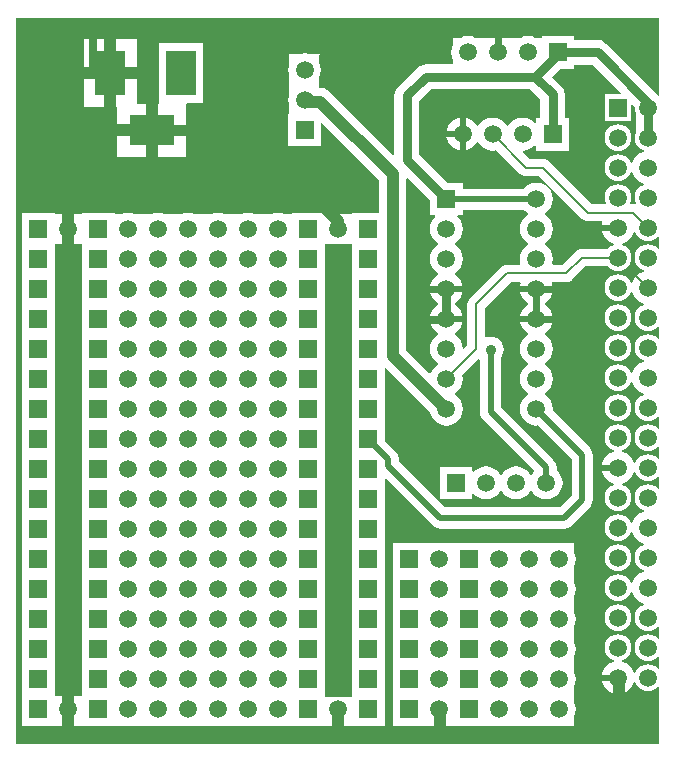
<source format=gbl>
%FSLAX44Y44*%
%MOMM*%
G71*
G01*
G75*
G04 Layer_Physical_Order=2*
G04 Layer_Color=16711680*
%ADD10C,0.2000*%
%ADD11C,0.3000*%
%ADD12C,0.6000*%
%ADD13C,0.8000*%
%ADD14C,1.0000*%
%ADD15C,0.5000*%
%ADD16C,0.2032*%
%ADD17R,1.5000X1.5000*%
%ADD18C,1.5000*%
%ADD19C,0.9144*%
%ADD20R,2.5000X3.8000*%
%ADD21R,3.8000X2.5000*%
%ADD22R,1.5000X1.5000*%
%ADD23C,1.0000*%
%ADD24C,0.6096*%
%ADD25C,0.6350*%
G36*
X451460Y553176D02*
Y537750D01*
X448050D01*
Y533574D01*
X446847Y533166D01*
X446378Y533778D01*
X443484Y535998D01*
X440115Y537393D01*
X436500Y537869D01*
X432884Y537393D01*
X429515Y535998D01*
X426622Y533778D01*
X424435Y530928D01*
X423165D01*
X420978Y533778D01*
X418084Y535998D01*
X414715Y537393D01*
X411100Y537869D01*
X407484Y537393D01*
X404115Y535998D01*
X401222Y533778D01*
X399035Y530928D01*
X397765D01*
X395578Y533778D01*
X392685Y535998D01*
X389315Y537393D01*
X388240Y537535D01*
Y523900D01*
Y510265D01*
X389315Y510406D01*
X392685Y511802D01*
X395578Y514022D01*
X397765Y516872D01*
X399035D01*
X401222Y514022D01*
X404115Y511802D01*
X407484Y510406D01*
X411100Y509930D01*
X414159Y510333D01*
X434246Y490247D01*
X435785Y489066D01*
X437577Y488324D01*
X439500Y488070D01*
X450723D01*
X486646Y452146D01*
X486646D01*
X486646Y452146D01*
X486647Y452146D01*
Y452146D01*
X488185Y450966D01*
X489977Y450224D01*
X491900Y449970D01*
X503349D01*
X504055Y448914D01*
X503806Y448316D01*
X503665Y447240D01*
X517300D01*
Y442160D01*
X503665D01*
X503806Y441084D01*
X505202Y437715D01*
X507422Y434822D01*
X510315Y432602D01*
X513554Y431260D01*
Y430219D01*
X513523Y429977D01*
X511596Y429179D01*
X509234Y427366D01*
X508745Y426730D01*
X486650D01*
X484727Y426476D01*
X482935Y425734D01*
X481397Y424553D01*
X470321Y413477D01*
X462266D01*
X461593Y414484D01*
X462069Y418100D01*
X461593Y421715D01*
X460198Y425084D01*
X457978Y427978D01*
X455128Y430165D01*
Y431435D01*
X457978Y433622D01*
X460198Y436515D01*
X461593Y439884D01*
X462069Y443500D01*
X461593Y447115D01*
X460198Y450485D01*
X457978Y453378D01*
X455128Y455565D01*
Y456835D01*
X457978Y459022D01*
X460198Y461915D01*
X461593Y465284D01*
X462069Y468900D01*
X461593Y472515D01*
X460198Y475885D01*
X457978Y478778D01*
X455085Y480998D01*
X451716Y482393D01*
X448100Y482869D01*
X444484Y482393D01*
X441115Y480998D01*
X438222Y478778D01*
X437492Y477826D01*
X385750D01*
Y482750D01*
X372813D01*
X348839Y506724D01*
Y551826D01*
X359074Y562061D01*
X442576D01*
X451460Y553176D01*
D02*
G37*
G36*
X358050Y467986D02*
Y455050D01*
X362226D01*
X362634Y453847D01*
X362022Y453378D01*
X359802Y450485D01*
X358406Y447115D01*
X357930Y443500D01*
X358406Y439884D01*
X359802Y436515D01*
X362022Y433622D01*
X364872Y431435D01*
Y430165D01*
X362022Y427978D01*
X359802Y425084D01*
X358406Y421715D01*
X357930Y418100D01*
X358406Y414484D01*
X359802Y411115D01*
X362022Y408222D01*
X364872Y406035D01*
Y404765D01*
X362022Y402578D01*
X359802Y399684D01*
X358406Y396315D01*
X358265Y395240D01*
X385535D01*
X385393Y396315D01*
X383998Y399684D01*
X381778Y402578D01*
X378928Y404765D01*
Y406035D01*
X381778Y408222D01*
X383998Y411115D01*
X385393Y414484D01*
X385869Y418100D01*
X385393Y421715D01*
X383998Y425084D01*
X381778Y427978D01*
X378928Y430165D01*
Y431435D01*
X381778Y433622D01*
X383998Y436515D01*
X385393Y439884D01*
X385869Y443500D01*
X385393Y447115D01*
X383998Y450485D01*
X381778Y453378D01*
X381166Y453847D01*
X381574Y455050D01*
X385750D01*
Y459973D01*
X437492D01*
X438222Y459022D01*
X441072Y456835D01*
Y455565D01*
X438222Y453378D01*
X436002Y450485D01*
X434606Y447115D01*
X434130Y443500D01*
X434606Y439884D01*
X436002Y436515D01*
X438222Y433622D01*
X441072Y431435D01*
Y430165D01*
X438222Y427978D01*
X436002Y425084D01*
X434606Y421715D01*
X434130Y418100D01*
X434606Y414484D01*
X433934Y413477D01*
X423348D01*
X421425Y413224D01*
X419633Y412482D01*
X418094Y411301D01*
X392047Y385253D01*
X390866Y383714D01*
X390124Y381923D01*
X389870Y380000D01*
Y344977D01*
X386992Y342099D01*
X385789Y342507D01*
X385393Y345515D01*
X383998Y348885D01*
X381778Y351778D01*
X378928Y353965D01*
Y355235D01*
X381778Y357422D01*
X383998Y360315D01*
X385393Y363684D01*
X385535Y364760D01*
X358265D01*
X358406Y363684D01*
X359802Y360315D01*
X362022Y357422D01*
X364872Y355235D01*
Y353965D01*
X362022Y351778D01*
X359802Y348885D01*
X358406Y345515D01*
X357930Y341900D01*
X358406Y338284D01*
X359802Y334915D01*
X362022Y332022D01*
X364872Y329835D01*
Y328565D01*
X362022Y326378D01*
X359802Y323484D01*
X359697Y323231D01*
X358676Y321870D01*
X357410Y321780D01*
X338098Y341092D01*
Y486279D01*
X339271Y486765D01*
X358050Y467986D01*
D02*
G37*
G36*
X519691Y558783D02*
X519204Y557610D01*
X505990D01*
Y534990D01*
X528610D01*
Y548204D01*
X529783Y548690D01*
X531395Y547079D01*
X531292Y546300D01*
X531681Y543348D01*
X532261Y541948D01*
Y525252D01*
X531681Y523853D01*
X531292Y520900D01*
X531681Y517948D01*
X532821Y515196D01*
X534634Y512834D01*
X536996Y511021D01*
X538923Y510223D01*
X538954Y509981D01*
Y508940D01*
X535715Y507598D01*
X532822Y505378D01*
X530602Y502485D01*
X529260Y499246D01*
X528219D01*
X527977Y499277D01*
X527179Y501204D01*
X525366Y503566D01*
X523004Y505379D01*
X520252Y506519D01*
X517300Y506908D01*
X514347Y506519D01*
X511596Y505379D01*
X509234Y503566D01*
X507421Y501204D01*
X506281Y498452D01*
X505892Y495500D01*
X506281Y492547D01*
X507421Y489796D01*
X509234Y487434D01*
X511596Y485621D01*
X514347Y484481D01*
X517300Y484092D01*
X520252Y484481D01*
X523004Y485621D01*
X525366Y487434D01*
X527179Y489796D01*
X527977Y491723D01*
X528219Y491754D01*
X529260D01*
X530602Y488515D01*
X532822Y485622D01*
X535715Y483402D01*
X538954Y482060D01*
Y481019D01*
X538923Y480777D01*
X536996Y479979D01*
X534634Y478166D01*
X532821Y475804D01*
X531681Y473052D01*
X531292Y470100D01*
X531681Y467147D01*
X532308Y465635D01*
X531534Y464627D01*
X530000Y464830D01*
X528502D01*
X527796Y465886D01*
X528319Y467147D01*
X528708Y470100D01*
X528319Y473052D01*
X527179Y475804D01*
X525366Y478166D01*
X523004Y479979D01*
X520252Y481119D01*
X517300Y481508D01*
X514347Y481119D01*
X511596Y479979D01*
X509234Y478166D01*
X507421Y475804D01*
X506281Y473052D01*
X505892Y470100D01*
X506281Y467147D01*
X506804Y465886D01*
X506098Y464830D01*
X494977D01*
X459053Y500754D01*
X457515Y501934D01*
X455723Y502676D01*
X453800Y502930D01*
X442577D01*
X436699Y508808D01*
X437107Y510010D01*
X440115Y510406D01*
X443484Y511802D01*
X446378Y514022D01*
X446847Y514634D01*
X448050Y514226D01*
Y510050D01*
X475750D01*
Y537750D01*
X472339D01*
Y557500D01*
X471983Y560202D01*
X471678Y560939D01*
X470940Y562720D01*
X469281Y564882D01*
X461663Y572500D01*
X468414Y579250D01*
X480350D01*
Y582661D01*
X495813D01*
X519691Y558783D01*
D02*
G37*
G36*
X63350Y429550D02*
Y404150D01*
Y378750D01*
Y353350D01*
Y327950D01*
Y302550D01*
Y277150D01*
Y251750D01*
Y226350D01*
Y200950D01*
Y175550D01*
Y150150D01*
Y124750D01*
Y99350D01*
Y73950D01*
Y49268D01*
X62450Y48372D01*
X40250Y48451D01*
Y48550D01*
Y73950D01*
Y99350D01*
Y124750D01*
Y150150D01*
Y175550D01*
Y200950D01*
Y226350D01*
Y251750D01*
Y277150D01*
Y302550D01*
Y327950D01*
Y353350D01*
Y378750D01*
Y404150D01*
Y429550D01*
Y431000D01*
X63350D01*
Y429550D01*
D02*
G37*
G36*
X552314Y556985D02*
X551112Y556577D01*
X550082Y557919D01*
X507519Y600482D01*
X505357Y602141D01*
X502839Y603184D01*
X500137Y603539D01*
X480350D01*
Y606950D01*
X452650D01*
Y605500D01*
X447356D01*
X444716Y606593D01*
X441100Y607069D01*
X437485Y606593D01*
X434844Y605500D01*
X396556D01*
X393916Y606593D01*
X390300Y607069D01*
X386684Y606593D01*
X384044Y605500D01*
X378000D01*
Y599597D01*
X376807Y596716D01*
X376331Y593100D01*
X376807Y589484D01*
X378000Y586603D01*
Y582939D01*
X354750D01*
X352048Y582583D01*
X349530Y581540D01*
X347368Y579882D01*
X331518Y564031D01*
X331394Y563870D01*
X331018Y563582D01*
X329360Y561419D01*
X328317Y558902D01*
X327961Y556200D01*
Y506538D01*
X326788Y506052D01*
X273245Y559595D01*
X270874Y561414D01*
X268113Y562558D01*
X265150Y562948D01*
X264000D01*
Y571320D01*
X265394Y574684D01*
X265870Y578300D01*
X265394Y581915D01*
X264000Y585280D01*
Y590500D01*
X265000Y591500D01*
X256224D01*
X255516Y591793D01*
X251900Y592269D01*
X248284Y591793D01*
X247576Y591500D01*
X239000D01*
Y583348D01*
X238407Y581915D01*
X237931Y578300D01*
X238407Y574684D01*
X239000Y573252D01*
Y557948D01*
X238407Y556515D01*
X237931Y552900D01*
X238407Y549284D01*
X239000Y547852D01*
Y541350D01*
X238050D01*
Y513650D01*
X265750D01*
Y533050D01*
X266923Y533537D01*
X315202Y485258D01*
Y457250D01*
X291950D01*
Y456000D01*
X268850D01*
Y457250D01*
X241150D01*
Y456000D01*
X235373D01*
X233216Y456893D01*
X229600Y457369D01*
X225984Y456893D01*
X223827Y456000D01*
X209973D01*
X207815Y456893D01*
X204200Y457369D01*
X200584Y456893D01*
X198427Y456000D01*
X184573D01*
X182416Y456893D01*
X178800Y457369D01*
X175184Y456893D01*
X173027Y456000D01*
X159173D01*
X157015Y456893D01*
X153400Y457369D01*
X149784Y456893D01*
X147627Y456000D01*
X133773D01*
X131615Y456893D01*
X128000Y457369D01*
X124384Y456893D01*
X122227Y456000D01*
X108373D01*
X106215Y456893D01*
X102600Y457369D01*
X98984Y456893D01*
X96827Y456000D01*
X91050D01*
Y457250D01*
X63350D01*
Y456000D01*
X40250D01*
Y457250D01*
X12550D01*
Y429550D01*
Y404150D01*
Y378750D01*
Y353350D01*
Y327950D01*
Y302550D01*
Y277150D01*
Y251750D01*
Y226350D01*
Y200950D01*
Y175550D01*
Y150150D01*
Y124750D01*
Y99350D01*
Y73950D01*
Y48550D01*
Y23150D01*
Y23150D01*
X101693D01*
X102600Y23030D01*
X103507Y23150D01*
X127093D01*
X128000Y23030D01*
X128907Y23150D01*
X152493D01*
X153400Y23030D01*
X154307Y23150D01*
X177893D01*
X178800Y23030D01*
X179707Y23150D01*
X203293D01*
X204200Y23030D01*
X205107Y23150D01*
X228693D01*
X229600Y23030D01*
X230507Y23150D01*
X319650D01*
Y23150D01*
Y48550D01*
Y73950D01*
Y99350D01*
Y124750D01*
Y150150D01*
Y175550D01*
Y200950D01*
Y226350D01*
Y231867D01*
X320823Y232353D01*
X360588Y192588D01*
X360588D01*
X360588Y192588D01*
X360588D01*
X360588Y192588D01*
Y192588D01*
X360588Y192588D01*
Y192588D01*
X362437Y191169D01*
X364590Y190278D01*
X366900Y189973D01*
X471900D01*
X474210Y190278D01*
X476363Y191169D01*
X478212Y192588D01*
X493212Y207588D01*
X493212Y207588D01*
X493212Y207588D01*
X494630Y209437D01*
X495522Y211590D01*
X495826Y213900D01*
Y252300D01*
X495522Y254610D01*
X494630Y256763D01*
X493212Y258612D01*
X461913Y289911D01*
X462069Y291100D01*
X461593Y294715D01*
X460198Y298085D01*
X457978Y300978D01*
X455128Y303165D01*
Y304435D01*
X457978Y306622D01*
X460198Y309515D01*
X461593Y312884D01*
X462069Y316500D01*
X461593Y320115D01*
X460198Y323484D01*
X457978Y326378D01*
X455128Y328565D01*
Y329835D01*
X457978Y332022D01*
X460198Y334915D01*
X461593Y338284D01*
X462069Y341900D01*
X461593Y345515D01*
X460198Y348885D01*
X457978Y351778D01*
X455128Y353965D01*
Y355235D01*
X457978Y357422D01*
X460198Y360315D01*
X461593Y363684D01*
X461735Y364760D01*
X434465D01*
X434606Y363684D01*
X436002Y360315D01*
X438222Y357422D01*
X441072Y355235D01*
Y353965D01*
X438222Y351778D01*
X436002Y348885D01*
X434606Y345515D01*
X434130Y341900D01*
X434606Y338284D01*
X436002Y334915D01*
X438222Y332022D01*
X441072Y329835D01*
Y328565D01*
X438222Y326378D01*
X436002Y323484D01*
X434606Y320115D01*
X434130Y316500D01*
X434606Y312884D01*
X436002Y309515D01*
X438222Y306622D01*
X441072Y304435D01*
Y303165D01*
X438222Y300978D01*
X436002Y298085D01*
X434606Y294715D01*
X434130Y291100D01*
X434606Y287484D01*
X436002Y284115D01*
X438222Y281222D01*
X441115Y279002D01*
X444484Y277606D01*
X448100Y277130D01*
X449289Y277287D01*
X477974Y248602D01*
Y217597D01*
X468203Y207826D01*
X370597D01*
X331826Y246597D01*
Y248500D01*
X331726Y249260D01*
X331522Y250810D01*
X331522Y250810D01*
D01*
X331369Y251179D01*
X330630Y252963D01*
X330630Y252963D01*
X330630Y252963D01*
X329872Y253951D01*
X329212Y254811D01*
X319650Y264373D01*
Y277150D01*
Y302550D01*
Y325501D01*
X320823Y325987D01*
X341905Y304905D01*
X341905Y304905D01*
X358267Y288543D01*
X358406Y287484D01*
X359802Y284115D01*
X362022Y281222D01*
X364915Y279002D01*
X368284Y277606D01*
X371900Y277130D01*
X375516Y277606D01*
X378885Y279002D01*
X381778Y281222D01*
X383998Y284115D01*
X385393Y287484D01*
X385869Y291100D01*
X385393Y294715D01*
X383998Y298085D01*
X381778Y300978D01*
X378928Y303165D01*
Y304435D01*
X381778Y306622D01*
X383998Y309515D01*
X385393Y312884D01*
X385869Y316500D01*
X385467Y319559D01*
X399300Y333393D01*
X400474Y332907D01*
Y288900D01*
X400474Y288900D01*
X400474D01*
X400778Y286590D01*
X401670Y284437D01*
X403088Y282588D01*
X446514Y239162D01*
X446472Y238528D01*
X444285Y235678D01*
X443015D01*
X440828Y238528D01*
X437935Y240748D01*
X434566Y242143D01*
X430950Y242619D01*
X427334Y242143D01*
X423965Y240748D01*
X421072Y238528D01*
X418885Y235678D01*
X417615D01*
X415428Y238528D01*
X412535Y240748D01*
X409166Y242143D01*
X405550Y242619D01*
X401934Y242143D01*
X398565Y240748D01*
X395672Y238528D01*
X395203Y237916D01*
X394000Y238324D01*
Y242500D01*
X366300D01*
Y214800D01*
X394000D01*
Y218976D01*
X395203Y219384D01*
X395672Y218772D01*
X398565Y216552D01*
X401934Y215156D01*
X405550Y214680D01*
X409166Y215156D01*
X412535Y216552D01*
X415428Y218772D01*
X417615Y221622D01*
X418885D01*
X421072Y218772D01*
X423965Y216552D01*
X427334Y215156D01*
X430950Y214680D01*
X434566Y215156D01*
X437935Y216552D01*
X440828Y218772D01*
X443015Y221622D01*
X444285D01*
X446472Y218772D01*
X449365Y216552D01*
X452734Y215156D01*
X456350Y214680D01*
X459966Y215156D01*
X463335Y216552D01*
X466228Y218772D01*
X468448Y221665D01*
X469843Y225034D01*
X470320Y228650D01*
X469843Y232265D01*
X468448Y235635D01*
X466228Y238528D01*
X465276Y239258D01*
Y241950D01*
X465276Y241950D01*
X465276Y241950D01*
Y241950D01*
X465276D01*
X465276Y241950D01*
X464972Y244260D01*
X464081Y246413D01*
X462662Y248262D01*
X418326Y292597D01*
Y335092D01*
X418940Y335892D01*
X420041Y338549D01*
X420416Y341400D01*
X420041Y344251D01*
X418940Y346908D01*
X417190Y349189D01*
X414908Y350940D01*
X412251Y352041D01*
X409400Y352416D01*
X406549Y352041D01*
X405785Y351725D01*
X404729Y352430D01*
Y376922D01*
X426425Y398618D01*
X434417D01*
X435123Y397562D01*
X434606Y396315D01*
X434465Y395240D01*
X461735D01*
X461593Y396315D01*
X461077Y397562D01*
X461782Y398618D01*
X473398D01*
X475321Y398871D01*
X477113Y399614D01*
X478652Y400794D01*
X478652Y400794D01*
X478652Y400794D01*
X489728Y411870D01*
X508745D01*
X509234Y411234D01*
X511596Y409421D01*
X514347Y408281D01*
X517300Y407892D01*
X520252Y408281D01*
X523004Y409421D01*
X525366Y411234D01*
X527179Y413596D01*
X528319Y416348D01*
X528708Y419300D01*
X528319Y422253D01*
X527179Y425004D01*
X525366Y427366D01*
X523004Y429179D01*
X521077Y429977D01*
X521046Y430219D01*
Y431260D01*
X524285Y432602D01*
X527178Y434822D01*
X529398Y437715D01*
X530740Y440954D01*
X531781D01*
X532023Y440923D01*
X532821Y438996D01*
X534634Y436634D01*
X536996Y434821D01*
X539748Y433681D01*
X542700Y433292D01*
X545653Y433681D01*
X548404Y434821D01*
X550766Y436634D01*
X551112Y437084D01*
X552314Y436675D01*
Y427325D01*
X551112Y426916D01*
X550766Y427366D01*
X548404Y429179D01*
X545653Y430319D01*
X542700Y430708D01*
X539748Y430319D01*
X536996Y429179D01*
X534634Y427366D01*
X532821Y425004D01*
X531681Y422253D01*
X531292Y419300D01*
X531681Y416348D01*
X532821Y413596D01*
X534634Y411234D01*
X536996Y409421D01*
X538923Y408623D01*
X538954Y408381D01*
Y407340D01*
X535715Y405998D01*
X532822Y403778D01*
X530602Y400885D01*
X529260Y397646D01*
X528219D01*
X527977Y397677D01*
X527179Y399604D01*
X525366Y401966D01*
X523004Y403779D01*
X520252Y404919D01*
X517300Y405308D01*
X514347Y404919D01*
X511596Y403779D01*
X509234Y401966D01*
X507421Y399604D01*
X506281Y396852D01*
X505892Y393900D01*
X506281Y390947D01*
X507421Y388196D01*
X509234Y385834D01*
X511596Y384021D01*
X514347Y382881D01*
X517300Y382492D01*
X520252Y382881D01*
X523004Y384021D01*
X525366Y385834D01*
X527179Y388196D01*
X527977Y390123D01*
X528219Y390154D01*
X529260D01*
X530602Y386915D01*
X532822Y384022D01*
X535715Y381802D01*
X538954Y380460D01*
Y379419D01*
X538923Y379177D01*
X536996Y378379D01*
X534634Y376566D01*
X532821Y374204D01*
X531681Y371452D01*
X531292Y368500D01*
X531681Y365547D01*
X532821Y362796D01*
X534634Y360434D01*
X536996Y358621D01*
X539748Y357481D01*
X542700Y357092D01*
X545653Y357481D01*
X548404Y358621D01*
X550766Y360434D01*
X551112Y360884D01*
X552314Y360475D01*
Y351125D01*
X551112Y350716D01*
X550766Y351166D01*
X548404Y352979D01*
X545653Y354119D01*
X542700Y354508D01*
X539748Y354119D01*
X536996Y352979D01*
X534634Y351166D01*
X532821Y348804D01*
X531681Y346053D01*
X531292Y343100D01*
X531681Y340148D01*
X532821Y337396D01*
X534634Y335034D01*
X536996Y333221D01*
X538923Y332423D01*
X538954Y332181D01*
Y331140D01*
X535715Y329798D01*
X532822Y327578D01*
X530602Y324685D01*
X529260Y321446D01*
X528219D01*
X527977Y321477D01*
X527179Y323404D01*
X525366Y325766D01*
X523004Y327579D01*
X520252Y328719D01*
X517300Y329108D01*
X514347Y328719D01*
X511596Y327579D01*
X509234Y325766D01*
X507421Y323404D01*
X506281Y320653D01*
X505892Y317700D01*
X506281Y314748D01*
X507421Y311996D01*
X509234Y309634D01*
X511596Y307821D01*
X514347Y306681D01*
X517300Y306292D01*
X520252Y306681D01*
X523004Y307821D01*
X525366Y309634D01*
X527179Y311996D01*
X527977Y313923D01*
X528219Y313954D01*
X529260D01*
X530602Y310715D01*
X532822Y307822D01*
X535715Y305602D01*
X538954Y304260D01*
Y303219D01*
X538923Y302977D01*
X536996Y302179D01*
X534634Y300366D01*
X532821Y298004D01*
X531681Y295252D01*
X531292Y292300D01*
X531681Y289347D01*
X532821Y286596D01*
X534634Y284234D01*
X536996Y282421D01*
X539748Y281281D01*
X542700Y280892D01*
X545653Y281281D01*
X548404Y282421D01*
X550766Y284234D01*
X551112Y284684D01*
X552314Y284275D01*
Y274925D01*
X551112Y274516D01*
X550766Y274966D01*
X548404Y276779D01*
X545653Y277919D01*
X542700Y278308D01*
X539748Y277919D01*
X536996Y276779D01*
X534634Y274966D01*
X532821Y272604D01*
X531681Y269853D01*
X531292Y266900D01*
X531681Y263948D01*
X532821Y261196D01*
X534634Y258834D01*
X536996Y257021D01*
X539748Y255881D01*
X542700Y255492D01*
X545653Y255881D01*
X548404Y257021D01*
X550766Y258834D01*
X551112Y259284D01*
X552314Y258875D01*
Y249525D01*
X551112Y249116D01*
X550766Y249566D01*
X548404Y251379D01*
X545653Y252519D01*
X542700Y252908D01*
X539748Y252519D01*
X536996Y251379D01*
X534634Y249566D01*
X532821Y247204D01*
X532023Y245277D01*
X531781Y245246D01*
X530740D01*
X529398Y248485D01*
X527178Y251378D01*
X524285Y253598D01*
X521046Y254940D01*
Y255981D01*
X521077Y256223D01*
X523004Y257021D01*
X525366Y258834D01*
X527179Y261196D01*
X528319Y263948D01*
X528708Y266900D01*
X528319Y269853D01*
X527179Y272604D01*
X525366Y274966D01*
X523004Y276779D01*
X520252Y277919D01*
X517300Y278308D01*
X514347Y277919D01*
X511596Y276779D01*
X509234Y274966D01*
X507421Y272604D01*
X506281Y269853D01*
X505892Y266900D01*
X506281Y263948D01*
X507421Y261196D01*
X509234Y258834D01*
X511596Y257021D01*
X513523Y256223D01*
X513554Y255981D01*
Y254940D01*
X510315Y253598D01*
X507422Y251378D01*
X505202Y248485D01*
X503806Y245116D01*
X503665Y244040D01*
X517300D01*
Y238960D01*
X503665D01*
X503806Y237884D01*
X505202Y234515D01*
X507422Y231622D01*
X510315Y229402D01*
X513554Y228060D01*
Y227019D01*
X513523Y226777D01*
X511596Y225979D01*
X509234Y224166D01*
X507421Y221804D01*
X506281Y219053D01*
X505892Y216100D01*
X506281Y213148D01*
X507421Y210396D01*
X509234Y208034D01*
X511596Y206221D01*
X514347Y205081D01*
X517300Y204692D01*
X520252Y205081D01*
X523004Y206221D01*
X525366Y208034D01*
X527179Y210396D01*
X528319Y213148D01*
X528708Y216100D01*
X528319Y219053D01*
X527179Y221804D01*
X525366Y224166D01*
X523004Y225979D01*
X521077Y226777D01*
X521046Y227019D01*
Y228060D01*
X524285Y229402D01*
X527178Y231622D01*
X529398Y234515D01*
X530740Y237754D01*
X531781D01*
X532023Y237723D01*
X532821Y235796D01*
X534634Y233434D01*
X536996Y231621D01*
X539748Y230481D01*
X542700Y230092D01*
X545653Y230481D01*
X548404Y231621D01*
X550766Y233434D01*
X551112Y233884D01*
X552314Y233475D01*
Y224125D01*
X551112Y223716D01*
X550766Y224166D01*
X548404Y225979D01*
X545653Y227119D01*
X542700Y227508D01*
X539748Y227119D01*
X536996Y225979D01*
X534634Y224166D01*
X532821Y221804D01*
X531681Y219053D01*
X531292Y216100D01*
X531681Y213148D01*
X532821Y210396D01*
X534634Y208034D01*
X536996Y206221D01*
X538923Y205423D01*
X538954Y205181D01*
Y204140D01*
X535715Y202798D01*
X532822Y200578D01*
X530602Y197685D01*
X529260Y194446D01*
X528219D01*
X527977Y194477D01*
X527179Y196404D01*
X525366Y198766D01*
X523004Y200579D01*
X520252Y201719D01*
X517300Y202108D01*
X514347Y201719D01*
X511596Y200579D01*
X509234Y198766D01*
X507421Y196404D01*
X506281Y193652D01*
X505892Y190700D01*
X506281Y187747D01*
X507421Y184996D01*
X509234Y182634D01*
X511596Y180821D01*
X514347Y179681D01*
X517300Y179292D01*
X520252Y179681D01*
X523004Y180821D01*
X525366Y182634D01*
X527179Y184996D01*
X527977Y186923D01*
X528219Y186954D01*
X529260D01*
X530602Y183715D01*
X532822Y180822D01*
X535715Y178602D01*
X538954Y177260D01*
Y176219D01*
X538923Y175977D01*
X536996Y175179D01*
X534634Y173366D01*
X532821Y171004D01*
X531681Y168253D01*
X531292Y165300D01*
X531681Y162348D01*
X532821Y159596D01*
X534634Y157234D01*
X536996Y155421D01*
X538923Y154623D01*
X538954Y154381D01*
Y153340D01*
X535715Y151998D01*
X532822Y149778D01*
X530602Y146885D01*
X529260Y143646D01*
X528219D01*
X527977Y143677D01*
X527179Y145604D01*
X525366Y147966D01*
X523004Y149779D01*
X520252Y150919D01*
X517300Y151308D01*
X514347Y150919D01*
X511596Y149779D01*
X509234Y147966D01*
X507421Y145604D01*
X506281Y142852D01*
X505892Y139900D01*
X506281Y136947D01*
X507421Y134196D01*
X509234Y131834D01*
X511596Y130021D01*
X514347Y128881D01*
X517300Y128492D01*
X520252Y128881D01*
X523004Y130021D01*
X525366Y131834D01*
X527179Y134196D01*
X527977Y136123D01*
X528219Y136154D01*
X529260D01*
X530602Y132915D01*
X532822Y130022D01*
X535715Y127802D01*
X538954Y126460D01*
Y125419D01*
X538923Y125177D01*
X536996Y124379D01*
X534634Y122566D01*
X532821Y120204D01*
X531681Y117452D01*
X531292Y114500D01*
X531681Y111547D01*
X532821Y108796D01*
X534634Y106434D01*
X536996Y104621D01*
X539748Y103481D01*
X542700Y103092D01*
X545653Y103481D01*
X548404Y104621D01*
X550766Y106434D01*
X551112Y106884D01*
X552314Y106475D01*
Y97125D01*
X551112Y96716D01*
X550766Y97166D01*
X548404Y98979D01*
X545653Y100119D01*
X542700Y100508D01*
X539748Y100119D01*
X536996Y98979D01*
X534634Y97166D01*
X532821Y94804D01*
X531681Y92052D01*
X531292Y89100D01*
X531681Y86147D01*
X532821Y83396D01*
X534634Y81034D01*
X536996Y79221D01*
X539748Y78081D01*
X542700Y77692D01*
X545653Y78081D01*
X548404Y79221D01*
X550766Y81034D01*
X551112Y81484D01*
X552314Y81075D01*
Y71725D01*
X551112Y71316D01*
X550766Y71766D01*
X548404Y73579D01*
X545653Y74719D01*
X542700Y75108D01*
X539748Y74719D01*
X536996Y73579D01*
X534634Y71766D01*
X532821Y69404D01*
X532023Y67477D01*
X531781Y67446D01*
X530740D01*
X529398Y70685D01*
X527178Y73578D01*
X524285Y75798D01*
X521046Y77140D01*
Y78181D01*
X521077Y78423D01*
X523004Y79221D01*
X525366Y81034D01*
X527179Y83396D01*
X528319Y86147D01*
X528708Y89100D01*
X528319Y92052D01*
X527179Y94804D01*
X525366Y97166D01*
X523004Y98979D01*
X520252Y100119D01*
X517300Y100508D01*
X514347Y100119D01*
X511596Y98979D01*
X509234Y97166D01*
X507421Y94804D01*
X506281Y92052D01*
X505892Y89100D01*
X506281Y86147D01*
X507421Y83396D01*
X509234Y81034D01*
X511596Y79221D01*
X513523Y78423D01*
X513554Y78181D01*
Y77140D01*
X510315Y75798D01*
X507422Y73578D01*
X505202Y70685D01*
X503806Y67316D01*
X503665Y66240D01*
X517300D01*
Y63700D01*
X519840D01*
Y50065D01*
X520916Y50206D01*
X524285Y51602D01*
X527178Y53822D01*
X529398Y56715D01*
X530740Y59954D01*
X531781D01*
X532023Y59923D01*
X532821Y57996D01*
X534634Y55634D01*
X536996Y53821D01*
X539748Y52681D01*
X542700Y52292D01*
X545653Y52681D01*
X548404Y53821D01*
X550766Y55634D01*
X551112Y56084D01*
X552314Y55675D01*
Y7686D01*
X7686D01*
Y610000D01*
X7686Y610000D01*
X7686Y610000D01*
Y610000D01*
Y622314D01*
X552314D01*
Y556985D01*
D02*
G37*
G36*
X291950Y429550D02*
Y404150D01*
Y378750D01*
Y353350D01*
Y327950D01*
Y302550D01*
Y277150D01*
Y251750D01*
Y226350D01*
Y200950D01*
Y175550D01*
Y150150D01*
Y124750D01*
Y99350D01*
Y73950D01*
Y48550D01*
Y48455D01*
X291050Y47558D01*
X268850Y47637D01*
Y48550D01*
Y73950D01*
Y99350D01*
Y124750D01*
Y150150D01*
Y175550D01*
Y200950D01*
Y226350D01*
Y251750D01*
Y277150D01*
Y302550D01*
Y327950D01*
Y353350D01*
Y378750D01*
Y404150D01*
Y429550D01*
Y431000D01*
X291950D01*
Y429550D01*
D02*
G37*
%LPC*%
G36*
X517300Y354508D02*
X514347Y354119D01*
X511596Y352979D01*
X509234Y351166D01*
X507421Y348804D01*
X506281Y346053D01*
X505892Y343100D01*
X506281Y340148D01*
X507421Y337396D01*
X509234Y335034D01*
X511596Y333221D01*
X514347Y332081D01*
X517300Y331692D01*
X520252Y332081D01*
X523004Y333221D01*
X525366Y335034D01*
X527179Y337396D01*
X528319Y340148D01*
X528708Y343100D01*
X528319Y346053D01*
X527179Y348804D01*
X525366Y351166D01*
X523004Y352979D01*
X520252Y354119D01*
X517300Y354508D01*
D02*
G37*
G36*
X385535Y390160D02*
X358265D01*
X358406Y389084D01*
X359802Y385715D01*
X362022Y382822D01*
X364872Y380635D01*
Y379365D01*
X362022Y377178D01*
X359802Y374285D01*
X358406Y370915D01*
X358265Y369840D01*
X385535D01*
X385393Y370915D01*
X383998Y374285D01*
X381778Y377178D01*
X378928Y379365D01*
Y380635D01*
X381778Y382822D01*
X383998Y385715D01*
X385393Y389084D01*
X385535Y390160D01*
D02*
G37*
G36*
X517300Y379908D02*
X514347Y379519D01*
X511596Y378379D01*
X509234Y376566D01*
X507421Y374204D01*
X506281Y371452D01*
X505892Y368500D01*
X506281Y365547D01*
X507421Y362796D01*
X509234Y360434D01*
X511596Y358621D01*
X514347Y357481D01*
X517300Y357092D01*
X520252Y357481D01*
X523004Y358621D01*
X525366Y360434D01*
X527179Y362796D01*
X528319Y365547D01*
X528708Y368500D01*
X528319Y371452D01*
X527179Y374204D01*
X525366Y376566D01*
X523004Y378379D01*
X520252Y379519D01*
X517300Y379908D01*
D02*
G37*
G36*
Y125908D02*
X514347Y125519D01*
X511596Y124379D01*
X509234Y122566D01*
X507421Y120204D01*
X506281Y117452D01*
X505892Y114500D01*
X506281Y111547D01*
X507421Y108796D01*
X509234Y106434D01*
X511596Y104621D01*
X514347Y103481D01*
X517300Y103092D01*
X520252Y103481D01*
X523004Y104621D01*
X525366Y106434D01*
X527179Y108796D01*
X528319Y111547D01*
X528708Y114500D01*
X528319Y117452D01*
X527179Y120204D01*
X525366Y122566D01*
X523004Y124379D01*
X520252Y125519D01*
X517300Y125908D01*
D02*
G37*
G36*
X514760Y61160D02*
X503665D01*
X503806Y60084D01*
X505202Y56715D01*
X507422Y53822D01*
X510315Y51602D01*
X513684Y50206D01*
X514760Y50065D01*
Y61160D01*
D02*
G37*
G36*
X517300Y176708D02*
X514347Y176319D01*
X511596Y175179D01*
X509234Y173366D01*
X507421Y171004D01*
X506281Y168253D01*
X505892Y165300D01*
X506281Y162348D01*
X507421Y159596D01*
X509234Y157234D01*
X511596Y155421D01*
X514347Y154281D01*
X517300Y153892D01*
X520252Y154281D01*
X523004Y155421D01*
X525366Y157234D01*
X527179Y159596D01*
X528319Y162348D01*
X528708Y165300D01*
X528319Y168253D01*
X527179Y171004D01*
X525366Y173366D01*
X523004Y175179D01*
X520252Y176319D01*
X517300Y176708D01*
D02*
G37*
G36*
Y303708D02*
X514347Y303319D01*
X511596Y302179D01*
X509234Y300366D01*
X507421Y298004D01*
X506281Y295252D01*
X505892Y292300D01*
X506281Y289347D01*
X507421Y286596D01*
X509234Y284234D01*
X511596Y282421D01*
X514347Y281281D01*
X517300Y280892D01*
X520252Y281281D01*
X523004Y282421D01*
X525366Y284234D01*
X527179Y286596D01*
X528319Y289347D01*
X528708Y292300D01*
X528319Y295252D01*
X527179Y298004D01*
X525366Y300366D01*
X523004Y302179D01*
X520252Y303319D01*
X517300Y303708D01*
D02*
G37*
G36*
X467600Y177969D02*
X466692Y177850D01*
X443108D01*
X442200Y177969D01*
X441292Y177850D01*
X417708D01*
X416800Y177969D01*
X415892Y177850D01*
X405250D01*
Y177850D01*
X377550D01*
Y177850D01*
X354450D01*
Y177850D01*
X328880D01*
D01*
D01*
D01*
X328880Y177850D01*
X328880Y177850D01*
X326750Y177850D01*
D01*
D01*
D01*
X326750D01*
D01*
Y177850D01*
X326750Y177850D01*
X326750Y177839D01*
Y177839D01*
D01*
D01*
X326750D01*
X326750Y176952D01*
D01*
Y150150D01*
Y124750D01*
Y99350D01*
Y73950D01*
Y48550D01*
Y23150D01*
X329350D01*
X330000Y22500D01*
X480000D01*
Y30744D01*
X481093Y33384D01*
X481570Y37000D01*
X481093Y40615D01*
X480000Y43255D01*
Y56144D01*
X481093Y58784D01*
X481570Y62400D01*
X481093Y66015D01*
X480000Y68655D01*
Y81544D01*
X481093Y84184D01*
X481570Y87800D01*
X481093Y91415D01*
X480000Y94055D01*
Y106944D01*
X481093Y109584D01*
X481570Y113200D01*
X481093Y116815D01*
X480000Y119455D01*
Y132344D01*
X481093Y134984D01*
X481570Y138600D01*
X481093Y142215D01*
X480000Y144855D01*
Y157744D01*
X481093Y160384D01*
X481570Y164000D01*
X481093Y167615D01*
X480000Y170255D01*
Y177500D01*
X479650Y177850D01*
X468508D01*
X467600Y177969D01*
D02*
G37*
G36*
X166350Y600850D02*
X128650D01*
Y550398D01*
X128650Y550398D01*
X128650D01*
X128650Y550150D01*
X128000Y549500D01*
X127500D01*
Y532000D01*
X151500D01*
Y549252D01*
X151500Y549252D01*
D01*
D01*
X151500Y549500D01*
D01*
X152150Y550150D01*
X166350D01*
Y600850D01*
D02*
G37*
G36*
X110000Y570500D02*
X92500D01*
Y546500D01*
X93500D01*
Y532000D01*
X117500D01*
Y549500D01*
X110000D01*
Y570500D01*
D02*
G37*
G36*
X82500D02*
X65000D01*
Y546500D01*
X82500D01*
Y570500D01*
D02*
G37*
G36*
X110000Y604500D02*
X92500D01*
Y580500D01*
X110000D01*
Y604500D01*
D02*
G37*
G36*
X82500D02*
X65000D01*
Y580500D01*
X82500D01*
Y604500D01*
D02*
G37*
G36*
X383160Y537535D02*
X382084Y537393D01*
X378715Y535998D01*
X375822Y533778D01*
X373602Y530885D01*
X372206Y527515D01*
X372065Y526440D01*
X383160D01*
Y537535D01*
D02*
G37*
G36*
X117500Y522000D02*
X93500D01*
Y504500D01*
X117500D01*
Y522000D01*
D02*
G37*
G36*
X461735Y390160D02*
X434465D01*
X434606Y389084D01*
X436002Y385715D01*
X438222Y382822D01*
X441072Y380635D01*
Y379365D01*
X438222Y377178D01*
X436002Y374285D01*
X434606Y370915D01*
X434465Y369840D01*
X461735D01*
X461593Y370915D01*
X460198Y374285D01*
X457978Y377178D01*
X455128Y379365D01*
Y380635D01*
X457978Y382822D01*
X460198Y385715D01*
X461593Y389084D01*
X461735Y390160D01*
D02*
G37*
G36*
X151500Y522000D02*
X127500D01*
Y504500D01*
X151500D01*
Y522000D01*
D02*
G37*
G36*
X383160Y521360D02*
X372065D01*
X372206Y520284D01*
X373602Y516915D01*
X375822Y514022D01*
X378715Y511802D01*
X382084Y510406D01*
X383160Y510265D01*
Y521360D01*
D02*
G37*
G36*
X517300Y532308D02*
X514347Y531919D01*
X511596Y530779D01*
X509234Y528966D01*
X507421Y526604D01*
X506281Y523853D01*
X505892Y520900D01*
X506281Y517948D01*
X507421Y515196D01*
X509234Y512834D01*
X511596Y511021D01*
X514347Y509881D01*
X517300Y509492D01*
X520252Y509881D01*
X523004Y511021D01*
X525366Y512834D01*
X527179Y515196D01*
X528319Y517948D01*
X528708Y520900D01*
X528319Y523853D01*
X527179Y526604D01*
X525366Y528966D01*
X523004Y530779D01*
X520252Y531919D01*
X517300Y532308D01*
D02*
G37*
%LPD*%
D10*
X530390Y406210D02*
X542700Y393900D01*
X512201Y406210D02*
X530390D01*
X508991Y403000D02*
X512201Y406210D01*
X491000Y403000D02*
X508991D01*
X541500Y368500D02*
X542700D01*
D12*
X415700Y593100D02*
Y612500D01*
X343400Y392700D02*
X371900D01*
X341900Y391200D02*
X343400Y392700D01*
X341900Y366200D02*
X370800D01*
X371900Y367300D01*
X448100D02*
Y392700D01*
Y367300D02*
X470800D01*
X471900Y366200D01*
X448100Y392700D02*
X470400D01*
X471900Y391200D01*
D13*
X338400Y502399D02*
Y556200D01*
X338900Y556650D02*
X354750Y572500D01*
X542700Y520900D02*
Y546300D01*
Y550537D01*
X500137Y593100D02*
X542700Y550537D01*
X466500Y593100D02*
X500137D01*
X446900Y572500D02*
X466500Y592100D01*
Y593100D01*
X354750Y572500D02*
X446900D01*
X461900Y523900D02*
Y557500D01*
X446900Y572500D02*
X461900Y557500D01*
X338400Y502399D02*
X371900Y468900D01*
X517100Y63500D02*
X517300Y63700D01*
X371900Y367300D02*
Y392700D01*
D14*
X51800Y37000D02*
Y62400D01*
Y138600D02*
Y164000D01*
Y189400D01*
Y214800D01*
Y240200D01*
Y265600D02*
Y291000D01*
Y316400D01*
Y341800D01*
Y418000D02*
Y443400D01*
X251900Y552900D02*
X253300Y551500D01*
X51800Y392600D02*
Y418000D01*
Y367200D02*
Y392600D01*
Y341800D02*
Y367200D01*
Y240200D02*
Y265600D01*
Y113200D02*
Y138600D01*
Y87800D02*
Y113200D01*
Y62400D02*
Y87800D01*
X51900Y527000D02*
X107900D01*
X52000Y575500D02*
X72900D01*
X51900Y575400D02*
X52000Y575500D01*
X51900Y468900D02*
Y508900D01*
Y443500D02*
Y468900D01*
X51800Y443400D02*
X51900Y443500D01*
Y508900D02*
Y527000D01*
Y575400D01*
X326650Y336350D02*
X350000Y313000D01*
X326650Y336350D02*
Y490000D01*
X265150Y551500D02*
X326650Y490000D01*
X253300Y551500D02*
X265150D01*
X350000Y313000D02*
X371900Y291100D01*
X51800Y15800D02*
Y37000D01*
Y15800D02*
X279200D01*
X280000Y15000D01*
Y36600D01*
X280400Y37000D01*
X280000Y15000D02*
X365750D01*
X366750Y16000D01*
Y36250D01*
X366000Y37000D02*
X366750Y36250D01*
Y16000D02*
X505250D01*
X517750Y28500D01*
Y63250D01*
X517300Y63700D02*
X517750Y63250D01*
X51900Y468900D02*
X261850D01*
X280400Y450350D01*
Y443400D02*
Y450350D01*
D15*
X305800Y265600D02*
X322900Y248500D01*
X371900Y468900D02*
X448100D01*
X409400Y288900D02*
Y341400D01*
Y288900D02*
X456350Y241950D01*
Y228650D02*
Y241950D01*
X322900Y242900D02*
Y248500D01*
Y242900D02*
X366900Y198900D01*
X471900D01*
X486900Y213900D01*
Y252300D01*
X448100Y291100D02*
X486900Y252300D01*
D16*
X530000Y457400D02*
X542700Y444700D01*
X491900Y457400D02*
X530000D01*
X453800Y495500D02*
X491900Y457400D01*
X439500Y495500D02*
X453800D01*
X411100Y523900D02*
X439500Y495500D01*
X371900Y316500D02*
X397300Y341900D01*
Y380000D01*
X423348Y406048D01*
X473398D01*
X486650Y419300D02*
X517300D01*
X473398Y406048D02*
X486650Y419300D01*
D17*
X255000Y37000D02*
D03*
X380150Y228650D02*
D03*
X305800Y316400D02*
D03*
Y240200D02*
D03*
X26400D02*
D03*
X305800Y189400D02*
D03*
X26400Y37000D02*
D03*
Y341800D02*
D03*
X305800Y214800D02*
D03*
Y341800D02*
D03*
X26400Y189400D02*
D03*
Y316400D02*
D03*
X305800Y138600D02*
D03*
Y265600D02*
D03*
X26400Y87800D02*
D03*
Y214800D02*
D03*
X305800Y164000D02*
D03*
Y291000D02*
D03*
X26400Y62400D02*
D03*
Y367200D02*
D03*
X305800Y87800D02*
D03*
Y418000D02*
D03*
X26400Y113200D02*
D03*
Y418000D02*
D03*
X305800Y113200D02*
D03*
Y443400D02*
D03*
X26400Y265600D02*
D03*
Y392600D02*
D03*
X305800Y37000D02*
D03*
Y367200D02*
D03*
X26400Y164000D02*
D03*
Y291000D02*
D03*
X305800Y62400D02*
D03*
Y392600D02*
D03*
X26400Y138600D02*
D03*
Y443400D02*
D03*
X340600Y113200D02*
D03*
Y87800D02*
D03*
Y164000D02*
D03*
Y138600D02*
D03*
Y37000D02*
D03*
Y62400D02*
D03*
X466500Y593100D02*
D03*
X77200Y316400D02*
D03*
Y341800D02*
D03*
Y265600D02*
D03*
Y291000D02*
D03*
Y418000D02*
D03*
Y443400D02*
D03*
Y367200D02*
D03*
Y392600D02*
D03*
Y240200D02*
D03*
Y87800D02*
D03*
Y113200D02*
D03*
Y37000D02*
D03*
Y62400D02*
D03*
Y189400D02*
D03*
Y214800D02*
D03*
Y138600D02*
D03*
Y164000D02*
D03*
X391400Y138600D02*
D03*
Y87800D02*
D03*
X255000Y164000D02*
D03*
Y138600D02*
D03*
Y113200D02*
D03*
Y62400D02*
D03*
Y392600D02*
D03*
Y367200D02*
D03*
Y418000D02*
D03*
Y87800D02*
D03*
Y341800D02*
D03*
X391400Y113200D02*
D03*
Y37000D02*
D03*
Y62400D02*
D03*
X255000Y443400D02*
D03*
Y265600D02*
D03*
Y240200D02*
D03*
Y316400D02*
D03*
Y291000D02*
D03*
Y214800D02*
D03*
Y189400D02*
D03*
X391400Y164000D02*
D03*
X371900Y468900D02*
D03*
X461900Y523900D02*
D03*
D18*
X229600Y37000D02*
D03*
X204200D02*
D03*
X178800D02*
D03*
X405550Y228650D02*
D03*
X430950D02*
D03*
X456350D02*
D03*
X280400Y316400D02*
D03*
Y240200D02*
D03*
X51800D02*
D03*
X280400Y189400D02*
D03*
X51800Y37000D02*
D03*
Y341800D02*
D03*
X280400Y214800D02*
D03*
Y341800D02*
D03*
X51800Y189400D02*
D03*
Y316400D02*
D03*
X280400Y138600D02*
D03*
Y265600D02*
D03*
X51800Y87800D02*
D03*
Y214800D02*
D03*
X280400Y164000D02*
D03*
Y291000D02*
D03*
X51800Y62400D02*
D03*
Y367200D02*
D03*
X280400Y87800D02*
D03*
Y418000D02*
D03*
X51800Y113200D02*
D03*
Y418000D02*
D03*
X280400Y113200D02*
D03*
Y443400D02*
D03*
X51800Y265600D02*
D03*
Y392600D02*
D03*
X280400Y37000D02*
D03*
Y367200D02*
D03*
X51800Y164000D02*
D03*
Y291000D02*
D03*
X280400Y62400D02*
D03*
Y392600D02*
D03*
X51800Y138600D02*
D03*
Y443400D02*
D03*
X366000Y113200D02*
D03*
Y87800D02*
D03*
Y164000D02*
D03*
Y138600D02*
D03*
Y37000D02*
D03*
Y62400D02*
D03*
X251900Y578300D02*
D03*
Y552900D02*
D03*
X441100Y593100D02*
D03*
X415700D02*
D03*
X390300D02*
D03*
X102600Y316400D02*
D03*
X128000D02*
D03*
X153400D02*
D03*
X102600Y341800D02*
D03*
X128000D02*
D03*
X153400D02*
D03*
X102600Y265600D02*
D03*
X128000D02*
D03*
X153400D02*
D03*
X102600Y291000D02*
D03*
X128000D02*
D03*
X153400D02*
D03*
X102600Y418000D02*
D03*
X128000D02*
D03*
X153400D02*
D03*
X102600Y443400D02*
D03*
X128000D02*
D03*
X153400D02*
D03*
X102600Y367200D02*
D03*
X128000D02*
D03*
X153400D02*
D03*
X102600Y392600D02*
D03*
X128000D02*
D03*
X153400D02*
D03*
X102600Y240200D02*
D03*
X128000D02*
D03*
X153400D02*
D03*
X102600Y87800D02*
D03*
X128000D02*
D03*
X153400D02*
D03*
X102600Y113200D02*
D03*
X128000D02*
D03*
X153400D02*
D03*
X102600Y37000D02*
D03*
X128000D02*
D03*
X153400D02*
D03*
X102600Y62400D02*
D03*
X128000D02*
D03*
X153400D02*
D03*
X102600Y189400D02*
D03*
X128000D02*
D03*
X153400D02*
D03*
X102600Y214800D02*
D03*
X128000D02*
D03*
X153400D02*
D03*
X102600Y138600D02*
D03*
X128000D02*
D03*
X153400D02*
D03*
X102600Y164000D02*
D03*
X128000D02*
D03*
X153400D02*
D03*
X416800Y138600D02*
D03*
X442200D02*
D03*
X467600D02*
D03*
X416800Y87800D02*
D03*
X442200D02*
D03*
X467600D02*
D03*
X229600Y164000D02*
D03*
X204200D02*
D03*
X178800D02*
D03*
X229600Y138600D02*
D03*
X204200D02*
D03*
X178800D02*
D03*
X229600Y113200D02*
D03*
X204200D02*
D03*
X178800D02*
D03*
X229600Y62400D02*
D03*
X204200D02*
D03*
X178800D02*
D03*
X229600Y392600D02*
D03*
X204200D02*
D03*
X178800D02*
D03*
X229600Y367200D02*
D03*
X204200D02*
D03*
X178800D02*
D03*
X229600Y418000D02*
D03*
X204200D02*
D03*
X178800D02*
D03*
X229600Y87800D02*
D03*
X204200D02*
D03*
X178800D02*
D03*
X229600Y341800D02*
D03*
X204200D02*
D03*
X178800D02*
D03*
X416800Y113200D02*
D03*
X442200D02*
D03*
X467600D02*
D03*
X416800Y37000D02*
D03*
X442200D02*
D03*
X467600D02*
D03*
X416800Y62400D02*
D03*
X442200D02*
D03*
X467600D02*
D03*
X229600Y443400D02*
D03*
X204200D02*
D03*
X178800D02*
D03*
X229600Y265600D02*
D03*
X204200D02*
D03*
X178800D02*
D03*
X229600Y240200D02*
D03*
X204200D02*
D03*
X178800D02*
D03*
X229600Y316400D02*
D03*
X204200D02*
D03*
X178800D02*
D03*
X229600Y291000D02*
D03*
X204200D02*
D03*
X178800D02*
D03*
X229600Y214800D02*
D03*
X204200D02*
D03*
X178800D02*
D03*
X229600Y189400D02*
D03*
X204200D02*
D03*
X178800D02*
D03*
X416800Y164000D02*
D03*
X442200D02*
D03*
X467600D02*
D03*
X542700Y546300D02*
D03*
X517300Y520900D02*
D03*
X542700D02*
D03*
X517300Y495500D02*
D03*
X542700D02*
D03*
X517300Y470100D02*
D03*
X542700D02*
D03*
X517300Y444700D02*
D03*
X542700D02*
D03*
X517300Y419300D02*
D03*
X542700D02*
D03*
X517300Y393900D02*
D03*
X542700D02*
D03*
X517300Y368500D02*
D03*
X542700D02*
D03*
X517300Y343100D02*
D03*
X542700D02*
D03*
X517300Y317700D02*
D03*
X542700D02*
D03*
X517300Y292300D02*
D03*
X542700D02*
D03*
X517300Y266900D02*
D03*
X542700D02*
D03*
X517300Y241500D02*
D03*
X542700D02*
D03*
X517300Y216100D02*
D03*
X542700D02*
D03*
X517300Y190700D02*
D03*
X542700D02*
D03*
X517300Y165300D02*
D03*
X542700D02*
D03*
X517300Y139900D02*
D03*
X542700D02*
D03*
X517300Y114500D02*
D03*
X542700D02*
D03*
X517300Y89100D02*
D03*
X542700D02*
D03*
X517300Y63700D02*
D03*
X542700D02*
D03*
X371900Y443500D02*
D03*
Y418100D02*
D03*
Y392700D02*
D03*
Y367300D02*
D03*
Y341900D02*
D03*
Y316500D02*
D03*
Y291100D02*
D03*
X448100Y468900D02*
D03*
Y443500D02*
D03*
Y418100D02*
D03*
Y392700D02*
D03*
Y367300D02*
D03*
Y341900D02*
D03*
Y316500D02*
D03*
Y291100D02*
D03*
X385700Y523900D02*
D03*
X411100D02*
D03*
X436500D02*
D03*
D19*
X409400Y341400D02*
D03*
D20*
X87500Y575500D02*
D03*
X147500D02*
D03*
D21*
X122500Y527000D02*
D03*
D22*
X251900Y527500D02*
D03*
X517300Y546300D02*
D03*
D23*
X415700Y612500D02*
D03*
X340000Y255250D02*
D03*
X280000Y15000D02*
D03*
X72900Y610000D02*
D03*
X517750Y28500D02*
D03*
X51750Y15750D02*
D03*
X51900Y508900D02*
D03*
Y468900D02*
D03*
X491900Y51000D02*
D03*
Y139900D02*
D03*
X366750Y16000D02*
D03*
X339250Y202250D02*
D03*
D24*
X491900Y444700D02*
D03*
Y178000D02*
D03*
X491000Y403000D02*
D03*
X491900Y508500D02*
D03*
X491900Y292300D02*
D03*
X471900Y391200D02*
D03*
Y366200D02*
D03*
X341900Y391200D02*
D03*
Y366200D02*
D03*
X21900Y588500D02*
D03*
X31900D02*
D03*
X21900Y578500D02*
D03*
X31900D02*
D03*
X21900Y568500D02*
D03*
X31900D02*
D03*
X21900Y548500D02*
D03*
X31900D02*
D03*
X21900Y538500D02*
D03*
X31900D02*
D03*
X396900Y424700D02*
D03*
X416900D02*
D03*
X491900Y163000D02*
D03*
Y113000D02*
D03*
Y83000D02*
D03*
D25*
X75400Y612500D02*
X415700D01*
X72900Y610000D02*
X75400Y612500D01*
X72900Y575500D02*
Y610000D01*
M02*

</source>
